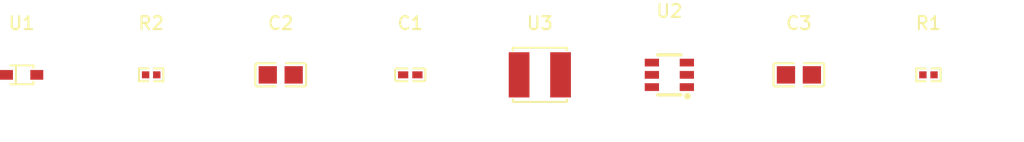
<source format=kicad_pcb>
(kicad_pcb (version 20240108) (generator "atopile") (generator_version "0.3.13-dev0")
  (layers (0 "F.Cu" signal) (31 "B.Cu" signal) (34 "B.Paste" user) (35 "F.Paste" user) (36 "B.SilkS" user "B.Silkscreen") (37 "F.SilkS" user "F.Silkscreen") (38 "B.Mask" user) (39 "F.Mask" user) (44 "Edge.Cuts" user))
  (net 0 "")
  (net 1 "hv")
  (net 2 "gnd-1")
  (net 3 "hv-1")
  (net 4 "SW")
  (net 5 "CB")
  (net 6 "gnd")
  (net 7 "line")
  (footprint "lib:SOD-323_L1.8-W1.3-LS2.5-RD" (layer "F.Cu") (at 10 -5 0)
    (property "Reference" "U1" (at 0 -4 0) (layer "F.SilkS") (hide no))
    (property "Value" "")
    (fp_line (start 0.91 0.73) (end 0.91 0.52) (stroke (width 0.15)) (layer "F.SilkS"))
    (fp_line (start 0.91 -0.73) (end 0.91 -0.53) (stroke (width 0.15)) (layer "F.SilkS"))
    (fp_line (start -0.85 -0.73) (end 0.91 -0.73) (stroke (width 0.15)) (layer "F.SilkS"))
    (fp_line (start -0.85 0.73) (end 0.91 0.73) (stroke (width 0.15)) (layer "F.SilkS"))
    (fp_line (start -0.44 -0.73) (end -0.44 0.73) (stroke (width 0.15)) (layer "F.SilkS"))
    (fp_text user "${REFERENCE}" (at 0 -4 0) (layer "F.SilkS"))
    (pad "2" smd rect (at 1.17 0 0) (size 1 0.75) (layers "F.Cu" "F.Paste" "F.Mask") (net 6 "gnd"))
    (pad "1" smd rect (at -1.17 0 0) (size 1 0.75) (layers "F.Cu" "F.Paste" "F.Mask") (net 4 "SW"))
  )
  (footprint "atopile:R0402-56259e" (layer "F.Cu") (at 20 -5 0)
    (property "Reference" "R2" (at 0 -4 0) (layer "F.SilkS") (hide no))
    (property "Value" "33kΩ ±1% 62.5mW")
    (fp_line (start -0.23 0.5) (end -0.94 0.5) (stroke (width 0.15)) (layer "F.SilkS"))
    (fp_line (start -0.94 0.5) (end -0.94 -0.5) (stroke (width 0.15)) (layer "F.SilkS"))
    (fp_line (start -0.94 -0.5) (end -0.23 -0.5) (stroke (width 0.15)) (layer "F.SilkS"))
    (fp_line (start 0.23 0.5) (end 0.94 0.5) (stroke (width 0.15)) (layer "F.SilkS"))
    (fp_line (start 0.94 0.5) (end 0.94 -0.5) (stroke (width 0.15)) (layer "F.SilkS"))
    (fp_line (start 0.94 -0.5) (end 0.23 -0.5) (stroke (width 0.15)) (layer "F.SilkS"))
    (fp_text user "${REFERENCE}" (at 0 -4 0) (layer "F.SilkS"))
    (pad "2" smd rect (at 0.43 0 0) (size 0.57 0.54) (layers "F.Cu" "F.Paste" "F.Mask") (net 7 "line"))
    (pad "1" smd rect (at -0.43 0 0) (size 0.57 0.54) (layers "F.Cu" "F.Paste" "F.Mask") (net 3 "hv-1"))
  )
  (footprint "atopile:C0805-3b2e55" (layer "F.Cu") (at 30 -5 0)
    (property "Reference" "C2" (at 0 -4 0) (layer "F.SilkS") (hide no))
    (property "Value" "10µF ±10% 25V X5R")
    (fp_line (start 1.81 -0.9) (end 0.4 -0.9) (stroke (width 0.15)) (layer "F.SilkS"))
    (fp_line (start 0.4 0.9) (end 1.81 0.9) (stroke (width 0.15)) (layer "F.SilkS"))
    (fp_line (start 1.96 0.75) (end 1.96 -0.75) (stroke (width 0.15)) (layer "F.SilkS"))
    (fp_line (start -1.81 -0.9) (end -0.4 -0.9) (stroke (width 0.15)) (layer "F.SilkS"))
    (fp_line (start -0.4 0.9) (end -1.81 0.9) (stroke (width 0.15)) (layer "F.SilkS"))
    (fp_line (start -1.96 0.75) (end -1.96 -0.75) (stroke (width 0.15)) (layer "F.SilkS"))
    (fp_arc (start 1.96 0.75) (mid 1.9160660171779822 0.856066017177982) (end 1.81 0.8999999999999999) (stroke (width 0.15)) (layer "F.SilkS"))
    (fp_arc (start 1.81 -0.9) (mid 1.9160660171779822 -0.8560660171779821) (end 1.96 -0.75) (stroke (width 0.15)) (layer "F.SilkS"))
    (fp_arc (start -1.96 0.75) (mid -1.9160660171779822 0.856066017177982) (end -1.81 0.8999999999999999) (stroke (width 0.15)) (layer "F.SilkS"))
    (fp_arc (start -1.81 -0.9) (mid -1.9160660171779822 -0.8560660171779821) (end -1.96 -0.75) (stroke (width 0.15)) (layer "F.SilkS"))
    (fp_text user "${REFERENCE}" (at 0 -4 0) (layer "F.SilkS"))
    (pad "2" smd rect (at 1 0 0) (size 1.41 1.35) (layers "F.Cu" "F.Paste" "F.Mask") (net 2 "gnd-1"))
    (pad "1" smd rect (at -1 0 0) (size 1.41 1.35) (layers "F.Cu" "F.Paste" "F.Mask") (net 1 "hv"))
  )
  (footprint "atopile:C0402-b3ef17" (layer "F.Cu") (at 40 -5 0)
    (property "Reference" "C1" (at 0 -4 0) (layer "F.SilkS") (hide no))
    (property "Value" "470nF ±20% 16V X5R")
    (fp_line (start 1.02 -0.5) (end 0.23 -0.5) (stroke (width 0.15)) (layer "F.SilkS"))
    (fp_line (start 0.23 0.5) (end 1.02 0.5) (stroke (width 0.15)) (layer "F.SilkS"))
    (fp_line (start 1.17 0.35) (end 1.17 -0.35) (stroke (width 0.15)) (layer "F.SilkS"))
    (fp_line (start -1.02 -0.5) (end -0.23 -0.5) (stroke (width 0.15)) (layer "F.SilkS"))
    (fp_line (start -0.23 0.5) (end -1.02 0.5) (stroke (width 0.15)) (layer "F.SilkS"))
    (fp_line (start -1.17 0.35) (end -1.17 -0.35) (stroke (width 0.15)) (layer "F.SilkS"))
    (fp_arc (start 1.17 0.35) (mid 1.1260660171779822 0.456066017177982) (end 1.02 0.4999999999999999) (stroke (width 0.15)) (layer "F.SilkS"))
    (fp_arc (start 1.02 -0.5) (mid 1.1260660171779822 -0.4560660171779821) (end 1.17 -0.35) (stroke (width 0.15)) (layer "F.SilkS"))
    (fp_arc (start -1.17 0.35) (mid -1.1260660171779822 0.456066017177982) (end -1.02 0.4999999999999999) (stroke (width 0.15)) (layer "F.SilkS"))
    (fp_arc (start -1.02 -0.5) (mid -1.1260660171779822 -0.4560660171779821) (end -1.17 -0.35) (stroke (width 0.15)) (layer "F.SilkS"))
    (fp_text user "${REFERENCE}" (at 0 -4 0) (layer "F.SilkS"))
    (pad "2" smd rect (at 0.55 0 0) (size 0.79 0.54) (layers "F.Cu" "F.Paste" "F.Mask") (net 4 "SW"))
    (pad "1" smd rect (at -0.55 0 0) (size 0.79 0.54) (layers "F.Cu" "F.Paste" "F.Mask") (net 5 "CB"))
  )
  (footprint "lib:IND-SMD_L4.0-W4.0" (layer "F.Cu") (at 50 -5 0)
    (property "Reference" "U3" (at 0 -4 0) (layer "F.SilkS") (hide no))
    (property "Value" "10µH ±20%")
    (fp_line (start -2.06 1.89) (end -2.06 2.1) (stroke (width 0.15)) (layer "F.SilkS"))
    (fp_line (start -2.06 2.1) (end 2.09 2.1) (stroke (width 0.15)) (layer "F.SilkS"))
    (fp_line (start 2.09 2.1) (end 2.09 1.9) (stroke (width 0.15)) (layer "F.SilkS"))
    (fp_line (start 2.07 -1.9) (end 2.08 -2.1) (stroke (width 0.15)) (layer "F.SilkS"))
    (fp_line (start 2.08 -2.1) (end -2.09 -2.1) (stroke (width 0.15)) (layer "F.SilkS"))
    (fp_line (start -2.09 -2.1) (end -2.09 -1.88) (stroke (width 0.15)) (layer "F.SilkS"))
    (fp_text user "${REFERENCE}" (at 0 -4 0) (layer "F.SilkS"))
    (pad "2" smd rect (at 1.6 0 0) (size 1.6 3.5) (layers "F.Cu" "F.Paste" "F.Mask") (net 3 "hv-1"))
    (pad "1" smd rect (at -1.6 0 0) (size 1.6 3.5) (layers "F.Cu" "F.Paste" "F.Mask") (net 4 "SW"))
  )
  (footprint "lib:SOT-23-6_L2.9-W1.6-P0.95-LS2.8-BR" (layer "F.Cu") (at 60 -5 0)
    (property "Reference" "U2" (at 0 -4.95 0) (layer "F.SilkS") (hide no))
    (property "Value" "")
    (fp_line (start -0.9 -1.55) (end 0.9 -1.55) (stroke (width 0.25)) (layer "F.SilkS"))
    (fp_line (start -0.9 1.55) (end 0.9 1.55) (stroke (width 0.25)) (layer "F.SilkS"))
    (fp_circle (center 1.4 1.65) (end 1.53 1.65) (stroke (width 0.25)) (fill none) (layer "F.SilkS"))
    (fp_text user "${REFERENCE}" (at 0 -4.95 0) (layer "F.SilkS"))
    (pad "3" smd rect (at 1.35 -0.95 0) (size 1.1 0.6) (layers "F.Cu" "F.Paste" "F.Mask") (net 7 "line"))
    (pad "2" smd rect (at 1.35 0 0) (size 1.1 0.6) (layers "F.Cu" "F.Paste" "F.Mask") (net 2 "gnd-1"))
    (pad "1" smd rect (at 1.35 0.95 0) (size 1.1 0.6) (layers "F.Cu" "F.Paste" "F.Mask") (net 5 "CB"))
    (pad "6" smd rect (at -1.35 0.95 0) (size 1.1 0.6) (layers "F.Cu" "F.Paste" "F.Mask") (net 4 "SW"))
    (pad "5" smd rect (at -1.35 0 0) (size 1.1 0.6) (layers "F.Cu" "F.Paste" "F.Mask") (net 1 "hv"))
    (pad "4" smd rect (at -1.35 -0.95 0) (size 1.1 0.6) (layers "F.Cu" "F.Paste" "F.Mask") (net 1 "hv"))
  )
  (footprint "atopile:C0805-3b2e55" (layer "F.Cu") (at 70 -5 0)
    (property "Reference" "C3" (at 0 -4 0) (layer "F.SilkS") (hide no))
    (property "Value" "10µF ±10% 25V X5R")
    (fp_line (start 1.81 -0.9) (end 0.4 -0.9) (stroke (width 0.15)) (layer "F.SilkS"))
    (fp_line (start 0.4 0.9) (end 1.81 0.9) (stroke (width 0.15)) (layer "F.SilkS"))
    (fp_line (start 1.96 0.75) (end 1.96 -0.75) (stroke (width 0.15)) (layer "F.SilkS"))
    (fp_line (start -1.81 -0.9) (end -0.4 -0.9) (stroke (width 0.15)) (layer "F.SilkS"))
    (fp_line (start -0.4 0.9) (end -1.81 0.9) (stroke (width 0.15)) (layer "F.SilkS"))
    (fp_line (start -1.96 0.75) (end -1.96 -0.75) (stroke (width 0.15)) (layer "F.SilkS"))
    (fp_arc (start 1.96 0.75) (mid 1.9160660171779822 0.856066017177982) (end 1.81 0.8999999999999999) (stroke (width 0.15)) (layer "F.SilkS"))
    (fp_arc (start 1.81 -0.9) (mid 1.9160660171779822 -0.8560660171779821) (end 1.96 -0.75) (stroke (width 0.15)) (layer "F.SilkS"))
    (fp_arc (start -1.96 0.75) (mid -1.9160660171779822 0.856066017177982) (end -1.81 0.8999999999999999) (stroke (width 0.15)) (layer "F.SilkS"))
    (fp_arc (start -1.81 -0.9) (mid -1.9160660171779822 -0.8560660171779821) (end -1.96 -0.75) (stroke (width 0.15)) (layer "F.SilkS"))
    (fp_text user "${REFERENCE}" (at 0 -4 0) (layer "F.SilkS"))
    (pad "2" smd rect (at 1 0 0) (size 1.41 1.35) (layers "F.Cu" "F.Paste" "F.Mask") (net 6 "gnd"))
    (pad "1" smd rect (at -1 0 0) (size 1.41 1.35) (layers "F.Cu" "F.Paste" "F.Mask") (net 3 "hv-1"))
  )
  (footprint "atopile:R0402-56259e" (layer "F.Cu") (at 80 -5 0)
    (property "Reference" "R1" (at 0 -4 0) (layer "F.SilkS") (hide no))
    (property "Value" "10kΩ ±1% 62.5mW")
    (fp_line (start -0.23 0.5) (end -0.94 0.5) (stroke (width 0.15)) (layer "F.SilkS"))
    (fp_line (start -0.94 0.5) (end -0.94 -0.5) (stroke (width 0.15)) (layer "F.SilkS"))
    (fp_line (start -0.94 -0.5) (end -0.23 -0.5) (stroke (width 0.15)) (layer "F.SilkS"))
    (fp_line (start 0.23 0.5) (end 0.94 0.5) (stroke (width 0.15)) (layer "F.SilkS"))
    (fp_line (start 0.94 0.5) (end 0.94 -0.5) (stroke (width 0.15)) (layer "F.SilkS"))
    (fp_line (start 0.94 -0.5) (end 0.23 -0.5) (stroke (width 0.15)) (layer "F.SilkS"))
    (fp_text user "${REFERENCE}" (at 0 -4 0) (layer "F.SilkS"))
    (pad "2" smd rect (at 0.43 0 0) (size 0.57 0.54) (layers "F.Cu" "F.Paste" "F.Mask") (net 6 "gnd"))
    (pad "1" smd rect (at -0.43 0 0) (size 0.57 0.54) (layers "F.Cu" "F.Paste" "F.Mask") (net 7 "line"))
  )
)
</source>
